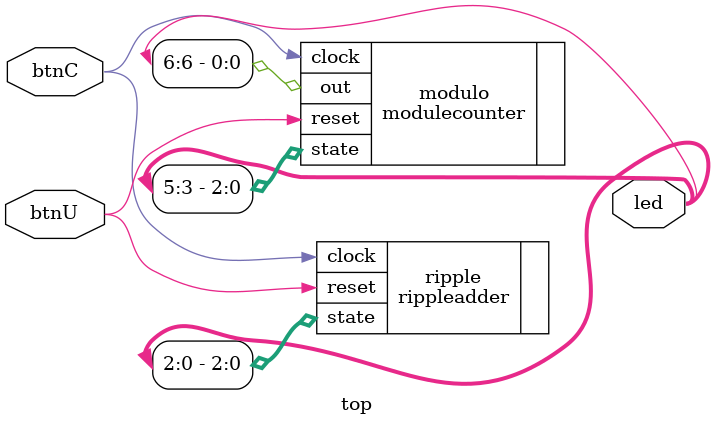
<source format=v>
module top(
    input btnU,
    input btnC,
    output [6:0]led
    );
    
modulecounter modulo(
    .clock(btnC),
    .reset(btnU),
    .state(led[5:3]),
    .out(led[6])
);

rippleadder ripple(
    .clock(btnC),
    .reset(btnU),
    .state(led[2:0])
);

endmodule

</source>
